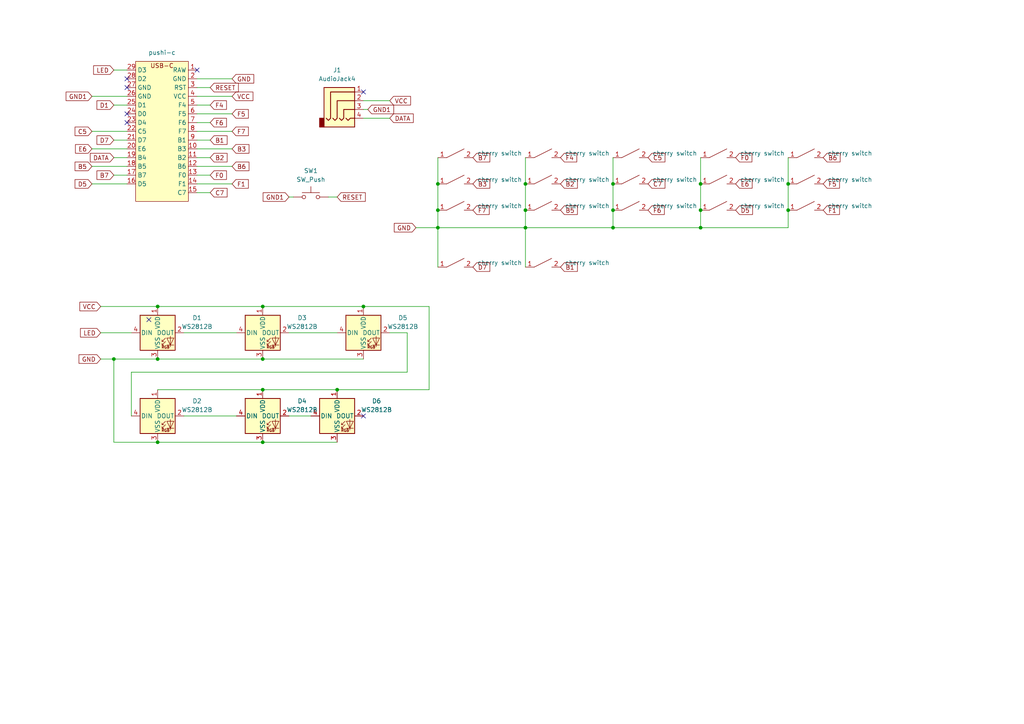
<source format=kicad_sch>
(kicad_sch (version 20211123) (generator eeschema)
  (paper "A4")
  (lib_symbols
    (symbol "LED:WS2812B" (pin_names (offset 0.254))
      (property "Reference" "D" (at 5.08 5.715 0))
      (property "Value" "WS2812B" (at 1.27 -5.715 0))
      (symbol "WS2812B_0_0"
        (text "RGB" (at 2.286 -4.191 0) (effects (font (size 0.762 0.762))))
      )
      (symbol "WS2812B_0_1"
        (polyline (pts (xy 1.27 -3.556) (xy 1.778 -3.556)))
        (polyline (pts (xy 1.27 -2.54) (xy 1.778 -2.54)))
        (polyline (pts (xy 4.699 -3.556) (xy 2.667 -3.556)))
        (polyline (pts (xy 2.286 -2.54) (xy 1.27 -3.556) (xy 1.27 -3.048)))
        (polyline (pts (xy 2.286 -1.524) (xy 1.27 -2.54) (xy 1.27 -2.032)))
        (polyline (pts (xy 3.683 -1.016) (xy 3.683 -3.556) (xy 3.683 -4.064)))
        (polyline (pts (xy 4.699 -1.524) (xy 2.667 -1.524) (xy 3.683 -3.556) (xy 4.699 -1.524)))
        (rectangle (start 5.08 5.08) (end -5.08 -5.08) (stroke (width 0.254)) (fill (type background)))
      )
      (symbol "WS2812B_1_1"
        (pin power_in line (at 0 7.62 270) (length 2.54) (name "VDD") (number "1"))
        (pin output line (at 7.62 0 180) (length 2.54) (name "DOUT") (number "2"))
        (pin power_in line (at 0 -7.62 90) (length 2.54) (name "VSS") (number "3"))
        (pin input line (at -7.62 0 0) (length 2.54) (name "DIN") (number "4"))
      )
    )
    (symbol "Switch:SW_Push" (pin_numbers hide) (pin_names (offset 1.016) hide)
      (property "Reference" "SW" (at 1.27 2.54 0))
      (property "Value" "SW_Push" (at 0 -1.524 0))
      (symbol "SW_Push_0_1"
        (circle (center -2.032 0) (radius 0.508))
        (polyline (pts (xy 0 1.27) (xy 0 3.048)))
        (polyline (pts (xy 2.54 1.27) (xy -2.54 1.27)))
        (circle (center 2.032 0) (radius 0.508))
        (pin passive line (at -5.08 0 0) (length 2.54) (name "1") (number "1"))
        (pin passive line (at 5.08 0 180) (length 2.54) (name "2") (number "2"))
      )
    )
    (symbol "cherry switch_1"
      (property "Value" "cherry switch_1" (at 0 0 0))
      (symbol "cherry switch_1_0_1"
        (polyline (pts (xy -1.27 3.81) (xy 3.81 6.35)))
      )
      (symbol "cherry switch_1_1_1"
        (pin input line (at -3.81 3.81 0) (length 2.54) (name "") (number "1"))
        (pin output line (at 6.35 3.81 180) (length 2.54) (name "") (number "2"))
      )
    )
    (symbol "cherry switch_10"
      (property "Value" "cherry switch_10" (at 0 0 0))
      (symbol "cherry switch_10_0_1"
        (polyline (pts (xy -1.27 3.81) (xy 3.81 6.35)))
      )
      (symbol "cherry switch_10_1_1"
        (pin input line (at -3.81 3.81 0) (length 2.54) (name "") (number "1"))
        (pin output line (at 6.35 3.81 180) (length 2.54) (name "") (number "2"))
      )
    )
    (symbol "cherry switch_11"
      (property "Value" "cherry switch_11" (at 0 0 0))
      (symbol "cherry switch_11_0_1"
        (polyline (pts (xy -1.27 3.81) (xy 3.81 6.35)))
      )
      (symbol "cherry switch_11_1_1"
        (pin input line (at -3.81 3.81 0) (length 2.54) (name "") (number "1"))
        (pin output line (at 6.35 3.81 180) (length 2.54) (name "") (number "2"))
      )
    )
    (symbol "cherry switch_15"
      (property "Value" "cherry switch_15" (at 0 0 0))
      (symbol "cherry switch_15_0_1"
        (polyline (pts (xy -1.27 3.81) (xy 3.81 6.35)))
      )
      (symbol "cherry switch_15_1_1"
        (pin input line (at -3.81 3.81 0) (length 2.54) (name "") (number "1"))
        (pin output line (at 6.35 3.81 180) (length 2.54) (name "") (number "2"))
      )
    )
    (symbol "cherry switch_17"
      (property "Value" "cherry switch_17" (at 0 0 0))
      (symbol "cherry switch_17_0_1"
        (polyline (pts (xy -1.27 3.81) (xy 3.81 6.35)))
      )
      (symbol "cherry switch_17_1_1"
        (pin input line (at -3.81 3.81 0) (length 2.54) (name "") (number "1"))
        (pin output line (at 6.35 3.81 180) (length 2.54) (name "") (number "2"))
      )
    )
    (symbol "cherry switch_18"
      (property "Value" "cherry switch_18" (at 0 0 0))
      (symbol "cherry switch_18_0_1"
        (polyline (pts (xy -1.27 3.81) (xy 3.81 6.35)))
      )
      (symbol "cherry switch_18_1_1"
        (pin input line (at -3.81 3.81 0) (length 2.54) (name "") (number "1"))
        (pin output line (at 6.35 3.81 180) (length 2.54) (name "") (number "2"))
      )
    )
    (symbol "cherry switch_19"
      (property "Value" "cherry switch_19" (at 0 0 0))
      (symbol "cherry switch_19_0_1"
        (polyline (pts (xy -1.27 3.81) (xy 3.81 6.35)))
      )
      (symbol "cherry switch_19_1_1"
        (pin input line (at -3.81 3.81 0) (length 2.54) (name "") (number "1"))
        (pin output line (at 6.35 3.81 180) (length 2.54) (name "") (number "2"))
      )
    )
    (symbol "cherry switch_2"
      (property "Value" "cherry switch_2" (at 0 0 0))
      (symbol "cherry switch_2_0_1"
        (polyline (pts (xy -1.27 3.81) (xy 3.81 6.35)))
      )
      (symbol "cherry switch_2_1_1"
        (pin input line (at -3.81 3.81 0) (length 2.54) (name "") (number "1"))
        (pin output line (at 6.35 3.81 180) (length 2.54) (name "") (number "2"))
      )
    )
    (symbol "cherry switch_3"
      (property "Value" "cherry switch_3" (at 0 0 0))
      (symbol "cherry switch_3_0_1"
        (polyline (pts (xy -1.27 3.81) (xy 3.81 6.35)))
      )
      (symbol "cherry switch_3_1_1"
        (pin input line (at -3.81 3.81 0) (length 2.54) (name "") (number "1"))
        (pin output line (at 6.35 3.81 180) (length 2.54) (name "") (number "2"))
      )
    )
    (symbol "cherry switch_4"
      (property "Value" "cherry switch_4" (at 0 0 0))
      (symbol "cherry switch_4_0_1"
        (polyline (pts (xy -1.27 3.81) (xy 3.81 6.35)))
      )
      (symbol "cherry switch_4_1_1"
        (pin input line (at -3.81 3.81 0) (length 2.54) (name "") (number "1"))
        (pin output line (at 6.35 3.81 180) (length 2.54) (name "") (number "2"))
      )
    )
    (symbol "cherry switch_5"
      (property "Value" "cherry switch_5" (at 0 0 0))
      (symbol "cherry switch_5_0_1"
        (polyline (pts (xy -1.27 3.81) (xy 3.81 6.35)))
      )
      (symbol "cherry switch_5_1_1"
        (pin input line (at -3.81 3.81 0) (length 2.54) (name "") (number "1"))
        (pin output line (at 6.35 3.81 180) (length 2.54) (name "") (number "2"))
      )
    )
    (symbol "cherry switch_6"
      (property "Value" "cherry switch_6" (at 0 0 0))
      (symbol "cherry switch_6_0_1"
        (polyline (pts (xy -1.27 3.81) (xy 3.81 6.35)))
      )
      (symbol "cherry switch_6_1_1"
        (pin input line (at -3.81 3.81 0) (length 2.54) (name "") (number "1"))
        (pin output line (at 6.35 3.81 180) (length 2.54) (name "") (number "2"))
      )
    )
    (symbol "cherry switch_7"
      (property "Value" "cherry switch_7" (at 0 0 0))
      (symbol "cherry switch_7_0_1"
        (polyline (pts (xy -1.27 3.81) (xy 3.81 6.35)))
      )
      (symbol "cherry switch_7_1_1"
        (pin input line (at -3.81 3.81 0) (length 2.54) (name "") (number "1"))
        (pin output line (at 6.35 3.81 180) (length 2.54) (name "") (number "2"))
      )
    )
    (symbol "cherry switch_8"
      (property "Value" "cherry switch_8" (at 0 0 0))
      (symbol "cherry switch_8_0_1"
        (polyline (pts (xy -1.27 3.81) (xy 3.81 6.35)))
      )
      (symbol "cherry switch_8_1_1"
        (pin input line (at -3.81 3.81 0) (length 2.54) (name "") (number "1"))
        (pin output line (at 6.35 3.81 180) (length 2.54) (name "") (number "2"))
      )
    )
    (symbol "cherry switch_9"
      (property "Value" "cherry switch_9" (at 0 0 0))
      (symbol "cherry switch_9_0_1"
        (polyline (pts (xy -1.27 3.81) (xy 3.81 6.35)))
      )
      (symbol "cherry switch_9_1_1"
        (pin input line (at -3.81 3.81 0) (length 2.54) (name "") (number "1"))
        (pin output line (at 6.35 3.81 180) (length 2.54) (name "") (number "2"))
      )
    )
    (symbol "yeti:AudioJack4"
      (property "Reference" "J" (at 0 8.89 0))
      (property "Value" "AudioJack4" (at 0 6.35 0))
      (symbol "AudioJack4_0_1"
        (rectangle (start -6.35 -5.08) (end -7.62 -7.62) (stroke (width 0.254)) (fill (type outline)))
        (polyline (pts (xy 0 -5.08) (xy 0.635 -5.715) (xy 1.27 -5.08) (xy 2.54 -5.08)) (stroke (width 0.254)))
        (polyline (pts (xy -5.715 -5.08) (xy -5.08 -5.715) (xy -4.445 -5.08) (xy -4.445 2.54) (xy 2.54 2.54)) (stroke (width 0.254)))
        (polyline (pts (xy -1.905 -5.08) (xy -1.27 -5.715) (xy -0.635 -5.08) (xy -0.635 -2.54) (xy 2.54 -2.54)) (stroke (width 0.254)))
        (polyline (pts (xy 2.54 0) (xy -2.54 0) (xy -2.54 -5.08) (xy -3.175 -5.715) (xy -3.81 -5.08)) (stroke (width 0.254)))
        (rectangle (start 2.54 3.81) (end -6.35 -7.62) (stroke (width 0.254)) (fill (type background)))
      )
      (symbol "AudioJack4_1_1"
        (pin passive line (at 5.08 2.54 180) (length 2.54) (name "~") (number "1"))
        (pin passive line (at 5.08 0 180) (length 2.54) (name "~") (number "2"))
        (pin passive line (at 5.08 -2.54 180) (length 2.54) (name "~") (number "3"))
        (pin passive line (at 5.08 -5.08 180) (length 2.54) (name "~") (number "4"))
      )
    )
    (symbol "yeti:cherry switch"
      (property "Value" "cherry switch" (at 0 0 0))
      (symbol "cherry switch_0_1"
        (polyline (pts (xy -1.27 3.81) (xy 3.81 6.35)))
      )
      (symbol "cherry switch_1_1"
        (pin input line (at -3.81 3.81 0) (length 2.54) (name "") (number "1"))
        (pin output line (at 6.35 3.81 180) (length 2.54) (name "") (number "2"))
      )
    )
    (symbol "yeti:pushi-c"
      (property "Value" "pushi-c" (at 0 0 0))
      (symbol "pushi-c_0_0"
        (text "USB-C" (at 0 21.59 0) (effects (font (size 1.27 1.27))))
      )
      (symbol "pushi-c_0_1"
        (rectangle (start -7.62 22.86) (end 7.62 -17.78) (fill (type background)))
      )
      (symbol "pushi-c_1_1"
        (pin output line (at 10.16 20.32 180) (length 2.54) (name "RAW") (number "1"))
        (pin bidirectional line (at 10.16 -2.54 180) (length 2.54) (name "B3") (number "10"))
        (pin bidirectional line (at 10.16 -5.08 180) (length 2.54) (name "B2") (number "11"))
        (pin bidirectional line (at 10.16 -7.62 180) (length 2.54) (name "B6") (number "12"))
        (pin bidirectional line (at 10.16 -10.16 180) (length 2.54) (name "F0") (number "13"))
        (pin bidirectional line (at 10.16 -12.7 180) (length 2.54) (name "F1") (number "14"))
        (pin bidirectional line (at 10.16 -15.24 180) (length 2.54) (name "C7") (number "15"))
        (pin bidirectional line (at -10.16 -12.7 0) (length 2.54) (name "D5") (number "16"))
        (pin bidirectional line (at -10.16 -10.16 0) (length 2.54) (name "B7") (number "17"))
        (pin bidirectional line (at -10.16 -7.62 0) (length 2.54) (name "B5") (number "18"))
        (pin bidirectional line (at -10.16 -5.08 0) (length 2.54) (name "B4") (number "19"))
        (pin output line (at 10.16 17.78 180) (length 2.54) (name "GND") (number "2"))
        (pin bidirectional line (at -10.16 -2.54 0) (length 2.54) (name "E6") (number "20"))
        (pin bidirectional line (at -10.16 0 0) (length 2.54) (name "D7") (number "21"))
        (pin bidirectional line (at -10.16 2.54 0) (length 2.54) (name "C5") (number "22"))
        (pin bidirectional line (at -10.16 5.08 0) (length 2.54) (name "D4") (number "23"))
        (pin bidirectional line (at -10.16 7.62 0) (length 2.54) (name "D0") (number "24"))
        (pin bidirectional line (at -10.16 10.16 0) (length 2.54) (name "D1") (number "25"))
        (pin bidirectional line (at -10.16 12.7 0) (length 2.54) (name "GND") (number "26"))
        (pin bidirectional line (at -10.16 15.24 0) (length 2.54) (name "GND") (number "27"))
        (pin bidirectional line (at -10.16 17.78 0) (length 2.54) (name "D2") (number "28"))
        (pin bidirectional line (at -10.16 20.32 0) (length 2.54) (name "D3") (number "29"))
        (pin input line (at 10.16 15.24 180) (length 2.54) (name "RST") (number "3"))
        (pin output line (at 10.16 12.7 180) (length 2.54) (name "VCC") (number "4"))
        (pin bidirectional line (at 10.16 10.16 180) (length 2.54) (name "F4") (number "5"))
        (pin bidirectional line (at 10.16 7.62 180) (length 2.54) (name "F5") (number "6"))
        (pin bidirectional line (at 10.16 5.08 180) (length 2.54) (name "F6") (number "7"))
        (pin bidirectional line (at 10.16 2.54 180) (length 2.54) (name "F7") (number "8"))
        (pin bidirectional line (at 10.16 0 180) (length 2.54) (name "B1") (number "9"))
      )
    )
  )
  (junction (at 76.2 113.03))
  (junction (at 45.72 88.9))
  (junction (at 177.8 66.04))
  (junction (at 127 53.34))
  (junction (at 45.72 104.14))
  (junction (at 228.6 53.34))
  (junction (at 33.02 104.14))
  (junction (at 203.2 53.34))
  (junction (at 152.4 53.34))
  (junction (at 152.4 66.04))
  (junction (at 228.6 60.96))
  (junction (at 177.8 53.34))
  (junction (at 127 66.04))
  (junction (at 76.2 104.14))
  (junction (at 76.2 88.9))
  (junction (at 152.4 60.96))
  (junction (at 97.79 113.03))
  (junction (at 127 60.96))
  (junction (at 203.2 66.04))
  (junction (at 45.72 128.27))
  (junction (at 105.41 88.9))
  (junction (at 76.2 128.27))
  (junction (at 177.8 60.96))
  (junction (at 203.2 60.96))
  (no_connect (at 105.41 26.67))
  (no_connect (at 36.83 35.56))
  (no_connect (at 36.83 25.4))
  (no_connect (at 105.41 120.65))
  (no_connect (at 36.83 33.02))
  (no_connect (at 43.18 92.71))
  (no_connect (at 57.15 20.32))
  (no_connect (at 36.83 22.86))
  (wire (pts (xy 106.68 31.75) (xy 105.41 31.75)))
  (wire (pts (xy 26.67 27.94) (xy 36.83 27.94)))
  (wire (pts (xy 120.65 66.04) (xy 127 66.04)))
  (wire (pts (xy 76.2 88.9) (xy 105.41 88.9)))
  (wire (pts (xy 83.82 96.52) (xy 97.79 96.52)))
  (wire (pts (xy 127 60.96) (xy 127 66.04)))
  (wire (pts (xy 57.15 43.18) (xy 67.31 43.18)))
  (wire (pts (xy 57.15 25.4) (xy 60.96 25.4)))
  (wire (pts (xy 95.25 57.15) (xy 97.79 57.15)))
  (wire (pts (xy 33.02 104.14) (xy 33.02 128.27)))
  (wire (pts (xy 228.6 45.72) (xy 228.6 53.34)))
  (wire (pts (xy 53.34 120.65) (xy 68.58 120.65)))
  (wire (pts (xy 57.15 40.64) (xy 60.96 40.64)))
  (wire (pts (xy 152.4 66.04) (xy 152.4 77.47)))
  (wire (pts (xy 152.4 66.04) (xy 177.8 66.04)))
  (wire (pts (xy 127 66.04) (xy 127 77.47)))
  (wire (pts (xy 57.15 53.34) (xy 67.31 53.34)))
  (wire (pts (xy 127 66.04) (xy 152.4 66.04)))
  (wire (pts (xy 57.15 55.88) (xy 60.96 55.88)))
  (wire (pts (xy 33.02 20.32) (xy 36.83 20.32)))
  (wire (pts (xy 45.72 104.14) (xy 33.02 104.14)))
  (wire (pts (xy 203.2 66.04) (xy 228.6 66.04)))
  (wire (pts (xy 45.72 128.27) (xy 76.2 128.27)))
  (wire (pts (xy 152.4 60.96) (xy 152.4 66.04)))
  (wire (pts (xy 38.1 120.65) (xy 38.1 107.95)))
  (wire (pts (xy 203.2 45.72) (xy 203.2 53.34)))
  (wire (pts (xy 228.6 66.04) (xy 228.6 60.96)))
  (wire (pts (xy 26.67 53.34) (xy 36.83 53.34)))
  (wire (pts (xy 60.96 30.48) (xy 57.15 30.48)))
  (wire (pts (xy 29.21 96.52) (xy 38.1 96.52)))
  (wire (pts (xy 33.02 45.72) (xy 36.83 45.72)))
  (wire (pts (xy 38.1 107.95) (xy 118.11 107.95)))
  (wire (pts (xy 152.4 45.72) (xy 152.4 53.34)))
  (wire (pts (xy 127 45.72) (xy 127 53.34)))
  (wire (pts (xy 105.41 29.21) (xy 113.03 29.21)))
  (wire (pts (xy 33.02 40.64) (xy 36.83 40.64)))
  (wire (pts (xy 57.15 22.86) (xy 67.31 22.86)))
  (wire (pts (xy 57.15 45.72) (xy 60.96 45.72)))
  (wire (pts (xy 33.02 128.27) (xy 45.72 128.27)))
  (wire (pts (xy 228.6 53.34) (xy 228.6 60.96)))
  (wire (pts (xy 177.8 60.96) (xy 177.8 66.04)))
  (wire (pts (xy 152.4 53.34) (xy 152.4 60.96)))
  (wire (pts (xy 83.82 57.15) (xy 85.09 57.15)))
  (wire (pts (xy 57.15 50.8) (xy 60.96 50.8)))
  (wire (pts (xy 97.79 113.03) (xy 124.46 113.03)))
  (wire (pts (xy 29.21 88.9) (xy 45.72 88.9)))
  (wire (pts (xy 45.72 88.9) (xy 76.2 88.9)))
  (wire (pts (xy 45.72 113.03) (xy 76.2 113.03)))
  (wire (pts (xy 29.21 104.14) (xy 33.02 104.14)))
  (wire (pts (xy 203.2 60.96) (xy 203.2 66.04)))
  (wire (pts (xy 57.15 33.02) (xy 67.31 33.02)))
  (wire (pts (xy 26.67 43.18) (xy 36.83 43.18)))
  (wire (pts (xy 57.15 48.26) (xy 67.31 48.26)))
  (wire (pts (xy 57.15 35.56) (xy 60.96 35.56)))
  (wire (pts (xy 83.82 120.65) (xy 90.17 120.65)))
  (wire (pts (xy 124.46 113.03) (xy 124.46 88.9)))
  (wire (pts (xy 177.8 45.72) (xy 177.8 53.34)))
  (wire (pts (xy 53.34 96.52) (xy 68.58 96.52)))
  (wire (pts (xy 203.2 53.34) (xy 203.2 60.96)))
  (wire (pts (xy 127 53.34) (xy 127 60.96)))
  (wire (pts (xy 118.11 96.52) (xy 113.03 96.52)))
  (wire (pts (xy 76.2 113.03) (xy 97.79 113.03)))
  (wire (pts (xy 26.67 38.1) (xy 36.83 38.1)))
  (wire (pts (xy 57.15 27.94) (xy 67.31 27.94)))
  (wire (pts (xy 76.2 104.14) (xy 105.41 104.14)))
  (wire (pts (xy 45.72 104.14) (xy 76.2 104.14)))
  (wire (pts (xy 57.15 38.1) (xy 67.31 38.1)))
  (wire (pts (xy 105.41 88.9) (xy 124.46 88.9)))
  (wire (pts (xy 105.41 34.29) (xy 113.03 34.29)))
  (wire (pts (xy 33.02 30.48) (xy 36.83 30.48)))
  (wire (pts (xy 177.8 66.04) (xy 203.2 66.04)))
  (wire (pts (xy 26.67 48.26) (xy 36.83 48.26)))
  (wire (pts (xy 177.8 53.34) (xy 177.8 60.96)))
  (wire (pts (xy 76.2 128.27) (xy 97.79 128.27)))
  (wire (pts (xy 33.02 50.8) (xy 36.83 50.8)))
  (wire (pts (xy 118.11 107.95) (xy 118.11 96.52)))
  (global_label "E6" (shape input) (at 213.36 53.34 0) (property "Intersheet References" "${INTERSHEET_REFS}" (effects hide)))
  (global_label "C7" (shape input) (at 60.96 55.88 0) (property "Intersheet References" "${INTERSHEET_REFS}" (effects hide)))
  (global_label "F5" (shape input) (at 67.31 33.02 0) (property "Intersheet References" "${INTERSHEET_REFS}" (effects hide)))
  (global_label "F0" (shape input) (at 213.36 45.72 0) (property "Intersheet References" "${INTERSHEET_REFS}" (effects hide)))
  (global_label "F1" (shape input) (at 238.76 60.96 0) (property "Intersheet References" "${INTERSHEET_REFS}" (effects hide)))
  (global_label "B1" (shape input) (at 162.56 77.47 0) (property "Intersheet References" "${INTERSHEET_REFS}" (effects hide)))
  (global_label "B6" (shape input) (at 238.76 45.72 0) (property "Intersheet References" "${INTERSHEET_REFS}" (effects hide)))
  (global_label "D1" (shape input) (at 33.02 30.48 180) (property "Intersheet References" "${INTERSHEET_REFS}" (effects hide)))
  (global_label "F4" (shape input) (at 60.96 30.48 0) (property "Intersheet References" "${INTERSHEET_REFS}" (effects hide)))
  (global_label "D5" (shape input) (at 26.67 53.34 180) (property "Intersheet References" "${INTERSHEET_REFS}" (effects hide)))
  (global_label "D7" (shape input) (at 33.02 40.64 180) (property "Intersheet References" "${INTERSHEET_REFS}" (effects hide)))
  (global_label "GND1" (shape input) (at 26.67 27.94 180) (property "Intersheet References" "${INTERSHEET_REFS}" (effects hide)))
  (global_label "B2" (shape input) (at 162.56 53.34 0) (property "Intersheet References" "${INTERSHEET_REFS}" (effects hide)))
  (global_label "DATA" (shape input) (at 33.02 45.72 180) (property "Intersheet References" "${INTERSHEET_REFS}" (effects hide)))
  (global_label "RESET" (shape input) (at 60.96 25.4 0) (property "Intersheet References" "${INTERSHEET_REFS}" (effects hide)))
  (global_label "B3" (shape input) (at 137.16 53.34 0) (property "Intersheet References" "${INTERSHEET_REFS}" (effects hide)))
  (global_label "D7" (shape input) (at 137.16 77.47 0) (property "Intersheet References" "${INTERSHEET_REFS}" (effects hide)))
  (global_label "F5" (shape input) (at 238.76 53.34 0) (property "Intersheet References" "${INTERSHEET_REFS}" (effects hide)))
  (global_label "GND1" (shape input) (at 83.82 57.15 180) (property "Intersheet References" "${INTERSHEET_REFS}" (effects hide)))
  (global_label "D5" (shape input) (at 213.36 60.96 0) (property "Intersheet References" "${INTERSHEET_REFS}" (effects hide)))
  (global_label "E6" (shape input) (at 26.67 43.18 180) (property "Intersheet References" "${INTERSHEET_REFS}" (effects hide)))
  (global_label "C5" (shape input) (at 26.67 38.1 180) (property "Intersheet References" "${INTERSHEET_REFS}" (effects hide)))
  (global_label "VCC" (shape input) (at 113.03 29.21 0) (property "Intersheet References" "${INTERSHEET_REFS}" (effects hide)))
  (global_label "B2" (shape input) (at 60.96 45.72 0) (property "Intersheet References" "${INTERSHEET_REFS}" (effects hide)))
  (global_label "LED" (shape input) (at 29.21 96.52 180) (property "Intersheet References" "${INTERSHEET_REFS}" (effects hide)))
  (global_label "B7" (shape input) (at 137.16 45.72 0) (property "Intersheet References" "${INTERSHEET_REFS}" (effects hide)))
  (global_label "F1" (shape input) (at 67.31 53.34 0) (property "Intersheet References" "${INTERSHEET_REFS}" (effects hide)))
  (global_label "F4" (shape input) (at 162.56 45.72 0) (property "Intersheet References" "${INTERSHEET_REFS}" (effects hide)))
  (global_label "DATA" (shape input) (at 113.03 34.29 0) (property "Intersheet References" "${INTERSHEET_REFS}" (effects hide)))
  (global_label "GND" (shape input) (at 67.31 22.86 0) (property "Intersheet References" "${INTERSHEET_REFS}" (effects hide)))
  (global_label "LED" (shape input) (at 33.02 20.32 180) (property "Intersheet References" "${INTERSHEET_REFS}" (effects hide)))
  (global_label "B5" (shape input) (at 26.67 48.26 180) (property "Intersheet References" "${INTERSHEET_REFS}" (effects hide)))
  (global_label "C5" (shape input) (at 187.96 45.72 0) (property "Intersheet References" "${INTERSHEET_REFS}" (effects hide)))
  (global_label "F0" (shape input) (at 60.96 50.8 0) (property "Intersheet References" "${INTERSHEET_REFS}" (effects hide)))
  (global_label "GND" (shape input) (at 29.21 104.14 180) (property "Intersheet References" "${INTERSHEET_REFS}" (effects hide)))
  (global_label "F6" (shape input) (at 187.96 60.96 0) (property "Intersheet References" "${INTERSHEET_REFS}" (effects hide)))
  (global_label "B3" (shape input) (at 67.31 43.18 0) (property "Intersheet References" "${INTERSHEET_REFS}" (effects hide)))
  (global_label "VCC" (shape input) (at 29.21 88.9 180) (property "Intersheet References" "${INTERSHEET_REFS}" (effects hide)))
  (global_label "F7" (shape input) (at 67.31 38.1 0) (property "Intersheet References" "${INTERSHEET_REFS}" (effects hide)))
  (global_label "B6" (shape input) (at 67.31 48.26 0) (property "Intersheet References" "${INTERSHEET_REFS}" (effects hide)))
  (global_label "B1" (shape input) (at 60.96 40.64 0) (property "Intersheet References" "${INTERSHEET_REFS}" (effects hide)))
  (global_label "VCC" (shape input) (at 67.31 27.94 0) (property "Intersheet References" "${INTERSHEET_REFS}" (effects hide)))
  (global_label "B7" (shape input) (at 33.02 50.8 180) (property "Intersheet References" "${INTERSHEET_REFS}" (effects hide)))
  (global_label "GND1" (shape input) (at 106.68 31.75 0) (property "Intersheet References" "${INTERSHEET_REFS}" (effects hide)))
  (global_label "GND" (shape input) (at 120.65 66.04 180) (property "Intersheet References" "${INTERSHEET_REFS}" (effects hide)))
  (global_label "F6" (shape input) (at 60.96 35.56 0) (property "Intersheet References" "${INTERSHEET_REFS}" (effects hide)))
  (global_label "RESET" (shape input) (at 97.79 57.15 0) (property "Intersheet References" "${INTERSHEET_REFS}" (effects hide)))
  (global_label "B5" (shape input) (at 162.56 60.96 0) (property "Intersheet References" "${INTERSHEET_REFS}" (effects hide)))
  (global_label "C7" (shape input) (at 187.96 53.34 0) (property "Intersheet References" "${INTERSHEET_REFS}" (effects hide)))
  (global_label "F7" (shape input) (at 137.16 60.96 0) (property "Intersheet References" "${INTERSHEET_REFS}" (effects hide)))
  (symbol (lib_id "LED:WS2812B") (at 45.72 96.52 0) (unit 1)
    (property "Reference" "D1" (at 57.15 92.1893 0))
    (property "Value" "WS2812B" (at 57.15 94.7293 0))
    (property "Footprint" "Keebio-Parts:WS2812B" (effects hide))
    (property "Datasheet" "https://cdn-shop.adafruit.com/datasheets/WS2812B.pdf" (effects hide))
  )
  (symbol (lib_name "cherry switch_5") (lib_id "yeti:cherry switch") (at 130.81 49.53 0) (unit 1)
    (property "Reference" "switch1" (effects hide))
    (property "Value" "cherry switch" (at 138.43 44.4499 0) (effects (justify left)))
    (property "Footprint" "Switch_Keyboard_Cherry_MX:SW_Cherry_MX_PCB_1.00u" (effects hide))
  )
  (symbol (lib_id "LED:WS2812B") (at 76.2 120.65 0) (unit 1)
    (property "Reference" "D4" (at 87.63 116.3193 0))
    (property "Value" "WS2812B" (at 87.63 118.8593 0))
    (property "Footprint" "Keebio-Parts:WS2812B" (effects hide))
    (property "Datasheet" "https://cdn-shop.adafruit.com/datasheets/WS2812B.pdf" (effects hide))
  )
  (symbol (lib_name "cherry switch_8") (lib_id "yeti:cherry switch") (at 181.61 57.15 0) (unit 1)
    (property "Reference" "switch10" (effects hide))
    (property "Value" "cherry switch" (at 189.23 52.0699 0) (effects (justify left)))
    (property "Footprint" "Switch_Keyboard_Cherry_MX:SW_Cherry_MX_PCB_1.00u" (effects hide))
  )
  (symbol (lib_id "LED:WS2812B") (at 45.72 120.65 0) (unit 1)
    (property "Reference" "D2" (at 57.15 116.3193 0))
    (property "Value" "WS2812B" (at 57.15 118.8593 0))
    (property "Footprint" "Keebio-Parts:WS2812B" (effects hide))
    (property "Datasheet" "https://cdn-shop.adafruit.com/datasheets/WS2812B.pdf" (effects hide))
  )
  (symbol (lib_id "LED:WS2812B") (at 105.41 96.52 0) (unit 1)
    (property "Reference" "D5" (at 116.84 92.1893 0))
    (property "Value" "WS2812B" (at 116.84 94.7293 0))
    (property "Footprint" "Keebio-Parts:WS2812B" (effects hide))
    (property "Datasheet" "https://cdn-shop.adafruit.com/datasheets/WS2812B.pdf" (effects hide))
  )
  (symbol (lib_name "cherry switch_15") (lib_id "yeti:cherry switch") (at 207.01 49.53 0) (unit 1)
    (property "Reference" "switch12" (effects hide))
    (property "Value" "cherry switch" (at 214.63 44.4499 0) (effects (justify left)))
    (property "Footprint" "Switch_Keyboard_Cherry_MX:SW_Cherry_MX_PCB_1.00u" (effects hide))
  )
  (symbol (lib_id "yeti:cherry switch") (at 232.41 64.77 0) (unit 1)
    (property "Reference" "switch17" (effects hide))
    (property "Value" "cherry switch" (at 240.03 59.6899 0) (effects (justify left)))
    (property "Footprint" "Switch_Keyboard_Cherry_MX:SW_Cherry_MX_PCB_1.00u" (effects hide))
  )
  (symbol (lib_id "yeti:cherry switch") (at 207.01 64.77 0) (unit 1)
    (property "Reference" "switch14" (effects hide))
    (property "Value" "cherry switch" (at 214.63 59.6899 0) (effects (justify left)))
    (property "Footprint" "Switch_Keyboard_Cherry_MX:SW_Cherry_MX_PCB_1.00u" (effects hide))
  )
  (symbol (lib_name "cherry switch_6") (lib_id "yeti:cherry switch") (at 130.81 64.77 0) (unit 1)
    (property "Reference" "switch3" (effects hide))
    (property "Value" "cherry switch" (at 138.43 59.6899 0) (effects (justify left)))
    (property "Footprint" "Switch_Keyboard_Cherry_MX:SW_Cherry_MX_PCB_1.00u" (effects hide))
  )
  (symbol (lib_name "cherry switch_3") (lib_id "yeti:cherry switch") (at 130.81 81.28 0) (unit 1)
    (property "Reference" "switch4" (effects hide))
    (property "Value" "cherry switch" (at 138.43 76.1999 0) (effects (justify left)))
    (property "Footprint" "Switch_Keyboard_Cherry_MX:SW_Cherry_MX_PCB_1.00u" (effects hide))
  )
  (symbol (lib_name "cherry switch_11") (lib_id "yeti:cherry switch") (at 156.21 81.28 0) (unit 1)
    (property "Reference" "switch8" (effects hide))
    (property "Value" "cherry switch" (at 163.83 76.1999 0) (effects (justify left)))
    (property "Footprint" "Switch_Keyboard_Cherry_MX:SW_Cherry_MX_PCB_1.00u" (effects hide))
  )
  (symbol (lib_id "Switch:SW_Push") (at 90.17 57.15 0) (unit 1)
    (property "Reference" "SW1" (at 90.17 49.53 0))
    (property "Value" "SW_Push" (at 90.17 52.07 0))
    (property "Footprint" "Keebio-Parts:SW_Tactile_SPST_Angled_MJTP1117-no-mount" (effects hide))
  )
  (symbol (lib_name "cherry switch_2") (lib_id "yeti:cherry switch") (at 156.21 49.53 0) (unit 1)
    (property "Reference" "switch5" (effects hide))
    (property "Value" "cherry switch" (at 163.83 44.4499 0) (effects (justify left)))
    (property "Footprint" "Switch_Keyboard_Cherry_MX:SW_Cherry_MX_PCB_1.00u" (effects hide))
  )
  (symbol (lib_id "LED:WS2812B") (at 97.79 120.65 0) (unit 1)
    (property "Reference" "D6" (at 109.22 116.3193 0))
    (property "Value" "WS2812B" (at 109.22 118.8593 0))
    (property "Footprint" "Keebio-Parts:WS2812B" (effects hide))
    (property "Datasheet" "https://cdn-shop.adafruit.com/datasheets/WS2812B.pdf" (effects hide))
  )
  (symbol (lib_name "cherry switch_10") (lib_id "yeti:cherry switch") (at 181.61 49.53 0) (unit 1)
    (property "Reference" "switch9" (effects hide))
    (property "Value" "cherry switch" (at 189.23 44.4499 0) (effects (justify left)))
    (property "Footprint" "Switch_Keyboard_Cherry_MX:SW_Cherry_MX_PCB_1.00u" (effects hide))
  )
  (symbol (lib_name "cherry switch_4") (lib_id "yeti:cherry switch") (at 156.21 64.77 0) (unit 1)
    (property "Reference" "switch7" (effects hide))
    (property "Value" "cherry switch" (at 163.83 59.6899 0) (effects (justify left)))
    (property "Footprint" "Switch_Keyboard_Cherry_MX:SW_Cherry_MX_PCB_1.00u" (effects hide))
  )
  (symbol (lib_name "cherry switch_7") (lib_id "yeti:cherry switch") (at 130.81 57.15 0) (unit 1)
    (property "Reference" "switch2" (effects hide))
    (property "Value" "cherry switch" (at 138.43 52.0699 0) (effects (justify left)))
    (property "Footprint" "Switch_Keyboard_Cherry_MX:SW_Cherry_MX_PCB_1.00u" (effects hide))
  )
  (symbol (lib_id "yeti:AudioJack4") (at 100.33 29.21 0) (unit 1)
    (property "Reference" "J1" (at 97.79 20.32 0))
    (property "Value" "AudioJack4" (at 97.79 22.86 0))
    (property "Footprint" "Keebio-Parts:TRRS-PJ-320A" (effects hide))
  )
  (symbol (lib_name "cherry switch_17") (lib_id "yeti:cherry switch") (at 207.01 57.15 0) (unit 1)
    (property "Reference" "switch13" (effects hide))
    (property "Value" "cherry switch" (at 214.63 52.0699 0) (effects (justify left)))
    (property "Footprint" "Switch_Keyboard_Cherry_MX:SW_Cherry_MX_PCB_1.00u" (effects hide))
  )
  (symbol (lib_name "cherry switch_1") (lib_id "yeti:cherry switch") (at 156.21 57.15 0) (unit 1)
    (property "Reference" "switch6" (effects hide))
    (property "Value" "cherry switch" (at 163.83 52.0699 0) (effects (justify left)))
    (property "Footprint" "Switch_Keyboard_Cherry_MX:SW_Cherry_MX_PCB_1.00u" (effects hide))
  )
  (symbol (lib_id "yeti:pushi-c") (at 46.99 40.64 0) (unit 1)
    (property "Reference" "pushi1" (effects hide))
    (property "Value" "pushi-c" (at 46.99 15.24 0))
    (property "Footprint" "yeti:pushi-c" (effects hide))
  )
  (symbol (lib_name "cherry switch_18") (lib_id "yeti:cherry switch") (at 232.41 49.53 0) (unit 1)
    (property "Reference" "switch15" (effects hide))
    (property "Value" "cherry switch" (at 240.03 44.4499 0) (effects (justify left)))
    (property "Footprint" "Switch_Keyboard_Cherry_MX:SW_Cherry_MX_PCB_1.00u" (effects hide))
  )
  (symbol (lib_name "cherry switch_9") (lib_id "yeti:cherry switch") (at 181.61 64.77 0) (unit 1)
    (property "Reference" "switch11" (effects hide))
    (property "Value" "cherry switch" (at 189.23 59.6899 0) (effects (justify left)))
    (property "Footprint" "Switch_Keyboard_Cherry_MX:SW_Cherry_MX_PCB_1.00u" (effects hide))
  )
  (symbol (lib_id "LED:WS2812B") (at 76.2 96.52 0) (unit 1)
    (property "Reference" "D3" (at 87.63 92.1893 0))
    (property "Value" "WS2812B" (at 87.63 94.7293 0))
    (property "Footprint" "Keebio-Parts:WS2812B" (effects hide))
    (property "Datasheet" "https://cdn-shop.adafruit.com/datasheets/WS2812B.pdf" (effects hide))
  )
  (symbol (lib_name "cherry switch_19") (lib_id "yeti:cherry switch") (at 232.41 57.15 0) (unit 1)
    (property "Reference" "switch16" (effects hide))
    (property "Value" "cherry switch" (at 240.03 52.0699 0) (effects (justify left)))
    (property "Footprint" "Switch_Keyboard_Cherry_MX:SW_Cherry_MX_PCB_1.00u" (effects hide))
  )
)
</source>
